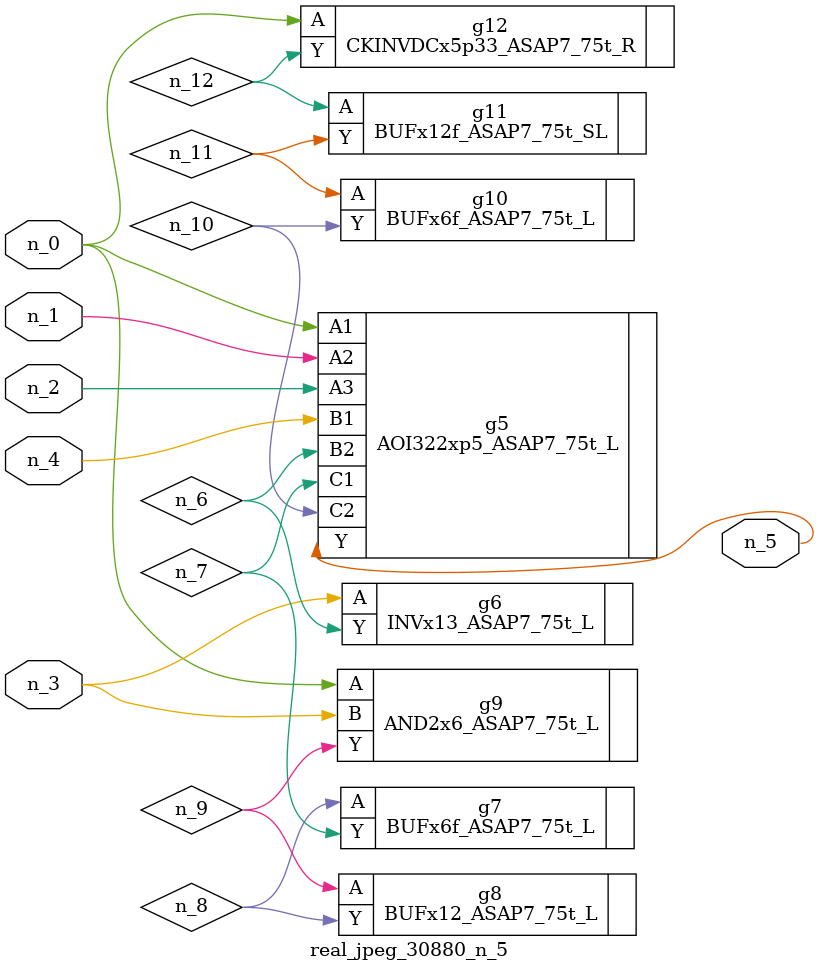
<source format=v>
module real_jpeg_30880_n_5 (n_4, n_0, n_1, n_2, n_3, n_5);

input n_4;
input n_0;
input n_1;
input n_2;
input n_3;

output n_5;

wire n_12;
wire n_8;
wire n_11;
wire n_6;
wire n_7;
wire n_10;
wire n_9;

AOI322xp5_ASAP7_75t_L g5 ( 
.A1(n_0),
.A2(n_1),
.A3(n_2),
.B1(n_4),
.B2(n_6),
.C1(n_7),
.C2(n_10),
.Y(n_5)
);

AND2x6_ASAP7_75t_L g9 ( 
.A(n_0),
.B(n_3),
.Y(n_9)
);

CKINVDCx5p33_ASAP7_75t_R g12 ( 
.A(n_0),
.Y(n_12)
);

INVx13_ASAP7_75t_L g6 ( 
.A(n_3),
.Y(n_6)
);

BUFx6f_ASAP7_75t_L g7 ( 
.A(n_8),
.Y(n_7)
);

BUFx12_ASAP7_75t_L g8 ( 
.A(n_9),
.Y(n_8)
);

BUFx6f_ASAP7_75t_L g10 ( 
.A(n_11),
.Y(n_10)
);

BUFx12f_ASAP7_75t_SL g11 ( 
.A(n_12),
.Y(n_11)
);


endmodule
</source>
